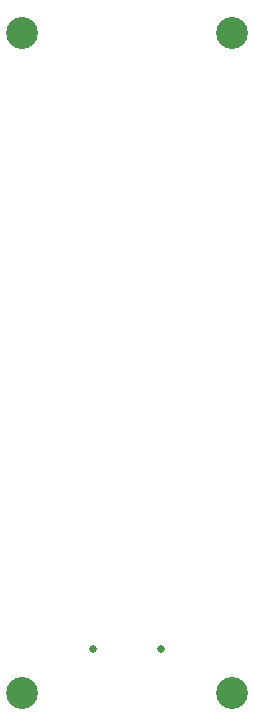
<source format=gbr>
%TF.GenerationSoftware,KiCad,Pcbnew,(6.0.5)*%
%TF.CreationDate,2022-12-13T18:03:39-08:00*%
%TF.ProjectId,pico-ice,7069636f-2d69-4636-952e-6b696361645f,REV1*%
%TF.SameCoordinates,Original*%
%TF.FileFunction,NonPlated,1,4,NPTH,Drill*%
%TF.FilePolarity,Positive*%
%FSLAX46Y46*%
G04 Gerber Fmt 4.6, Leading zero omitted, Abs format (unit mm)*
G04 Created by KiCad (PCBNEW (6.0.5)) date 2022-12-13 18:03:39*
%MOMM*%
%LPD*%
G01*
G04 APERTURE LIST*
%TA.AperFunction,ComponentDrill*%
%ADD10C,0.650000*%
%TD*%
%TA.AperFunction,ComponentDrill*%
%ADD11C,2.700000*%
%TD*%
G04 APERTURE END LIST*
D10*
%TO.C,J1*%
X69500000Y-128337000D03*
X75280000Y-128337000D03*
D11*
%TO.C,H1*%
X63500000Y-76200000D03*
%TO.C,H4*%
X63500000Y-132080000D03*
%TO.C,H2*%
X81280000Y-76200000D03*
%TO.C,H3*%
X81280000Y-132080000D03*
M02*

</source>
